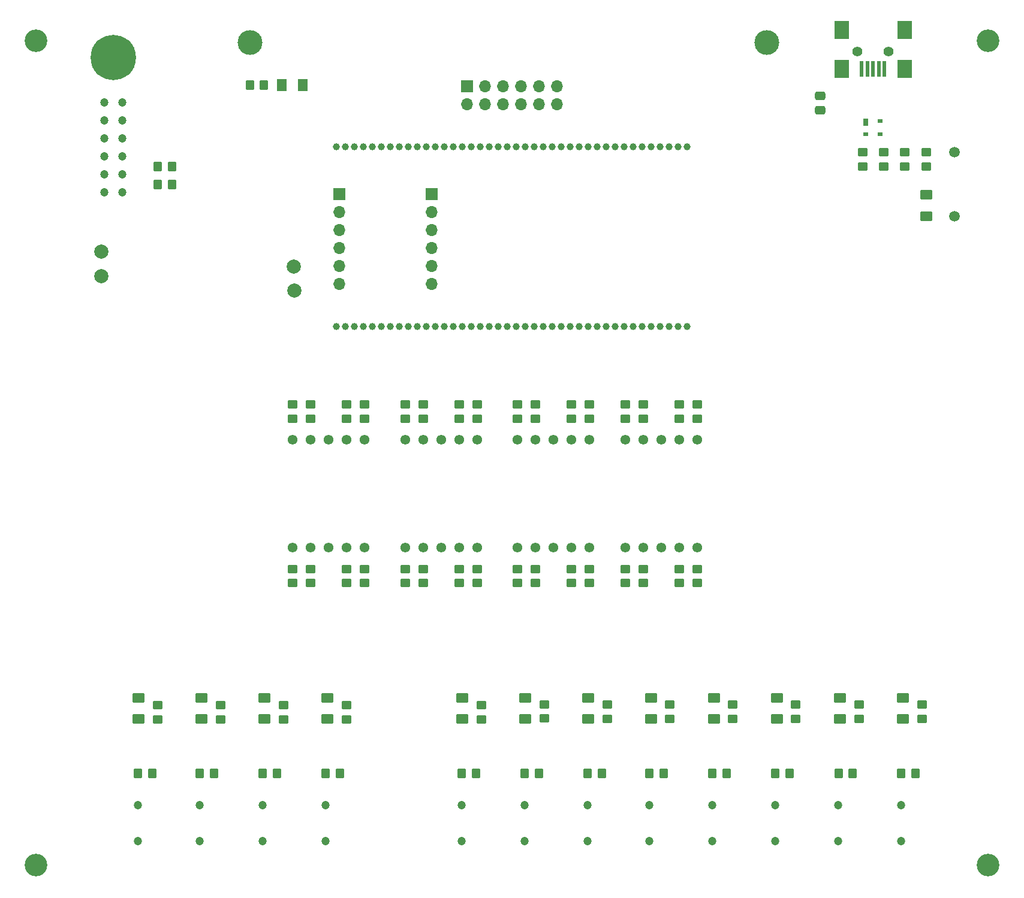
<source format=gts>
G04 #@! TF.GenerationSoftware,KiCad,Pcbnew,(6.0.6)*
G04 #@! TF.CreationDate,2022-07-18T22:41:36+09:00*
G04 #@! TF.ProjectId,mifune_TE0890_local_board,6d696675-6e65-45f5-9445-303839305f6c,0.1*
G04 #@! TF.SameCoordinates,Original*
G04 #@! TF.FileFunction,Soldermask,Top*
G04 #@! TF.FilePolarity,Negative*
%FSLAX46Y46*%
G04 Gerber Fmt 4.6, Leading zero omitted, Abs format (unit mm)*
G04 Created by KiCad (PCBNEW (6.0.6)) date 2022-07-18 22:41:36*
%MOMM*%
%LPD*%
G01*
G04 APERTURE LIST*
G04 Aperture macros list*
%AMRoundRect*
0 Rectangle with rounded corners*
0 $1 Rounding radius*
0 $2 $3 $4 $5 $6 $7 $8 $9 X,Y pos of 4 corners*
0 Add a 4 corners polygon primitive as box body*
4,1,4,$2,$3,$4,$5,$6,$7,$8,$9,$2,$3,0*
0 Add four circle primitives for the rounded corners*
1,1,$1+$1,$2,$3*
1,1,$1+$1,$4,$5*
1,1,$1+$1,$6,$7*
1,1,$1+$1,$8,$9*
0 Add four rect primitives between the rounded corners*
20,1,$1+$1,$2,$3,$4,$5,0*
20,1,$1+$1,$4,$5,$6,$7,0*
20,1,$1+$1,$6,$7,$8,$9,0*
20,1,$1+$1,$8,$9,$2,$3,0*%
G04 Aperture macros list end*
%ADD10C,1.200000*%
%ADD11R,0.700000X1.000000*%
%ADD12R,0.700000X0.600000*%
%ADD13RoundRect,0.250001X-0.624999X0.462499X-0.624999X-0.462499X0.624999X-0.462499X0.624999X0.462499X0*%
%ADD14RoundRect,0.250000X0.350000X0.450000X-0.350000X0.450000X-0.350000X-0.450000X0.350000X-0.450000X0*%
%ADD15RoundRect,0.250000X0.450000X-0.350000X0.450000X0.350000X-0.450000X0.350000X-0.450000X-0.350000X0*%
%ADD16C,2.000000*%
%ADD17C,1.000000*%
%ADD18C,3.500000*%
%ADD19RoundRect,0.250001X0.462499X0.624999X-0.462499X0.624999X-0.462499X-0.624999X0.462499X-0.624999X0*%
%ADD20RoundRect,0.250000X-0.450000X0.350000X-0.450000X-0.350000X0.450000X-0.350000X0.450000X0.350000X0*%
%ADD21C,1.500000*%
%ADD22R,0.500000X2.300000*%
%ADD23R,2.000000X2.500000*%
%ADD24C,1.400000*%
%ADD25C,6.400000*%
%ADD26R,1.700000X1.700000*%
%ADD27O,1.700000X1.700000*%
%ADD28C,1.381000*%
%ADD29C,3.200000*%
%ADD30RoundRect,0.250000X-0.475000X0.337500X-0.475000X-0.337500X0.475000X-0.337500X0.475000X0.337500X0*%
%ADD31RoundRect,0.250000X-0.350000X-0.450000X0.350000X-0.450000X0.350000X0.450000X-0.350000X0.450000X0*%
%ADD32RoundRect,0.250001X0.624999X-0.462499X0.624999X0.462499X-0.624999X0.462499X-0.624999X-0.462499X0*%
G04 APERTURE END LIST*
D10*
X120419200Y-141732000D03*
X120419200Y-146812000D03*
D11*
X151000000Y-45250000D03*
D12*
X151000000Y-46950000D03*
X153000000Y-46950000D03*
X153000000Y-45050000D03*
D13*
X111760000Y-126604700D03*
X111760000Y-129579700D03*
D14*
X113709200Y-137287000D03*
X111709200Y-137287000D03*
X95929200Y-137287000D03*
X93929200Y-137287000D03*
D15*
X93522800Y-87106000D03*
X93522800Y-85106000D03*
X109423200Y-110362400D03*
X109423200Y-108362400D03*
X88442800Y-87106000D03*
X88442800Y-85106000D03*
D14*
X157981400Y-137287000D03*
X155981400Y-137287000D03*
D15*
X96062800Y-110372400D03*
X96062800Y-108372400D03*
X104343200Y-110362400D03*
X104343200Y-108362400D03*
D13*
X74930000Y-126615800D03*
X74930000Y-129590800D03*
D15*
X96697800Y-129600200D03*
X96697800Y-127600200D03*
D13*
X48260000Y-126619000D03*
X48260000Y-129594000D03*
D15*
X77622400Y-87115400D03*
X77622400Y-85115400D03*
X132207000Y-129565400D03*
X132207000Y-127565400D03*
D16*
X43000000Y-63500000D03*
D17*
X76235000Y-74100000D03*
X77505000Y-74100000D03*
X78775000Y-74100000D03*
X80045000Y-74100000D03*
X81315000Y-74100000D03*
X82585000Y-74100000D03*
X83855000Y-74100000D03*
X85125000Y-74100000D03*
X86395000Y-74100000D03*
X87665000Y-74100000D03*
X88935000Y-74100000D03*
X90205000Y-74100000D03*
X91475000Y-74100000D03*
X92745000Y-74100000D03*
X94015000Y-74100000D03*
X95285000Y-74100000D03*
X96555000Y-74100000D03*
X97825000Y-74100000D03*
X99095000Y-74100000D03*
X100365000Y-74100000D03*
X101635000Y-74100000D03*
X102905000Y-74100000D03*
X104175000Y-74100000D03*
X105445000Y-74100000D03*
X106715000Y-74100000D03*
X107985000Y-74100000D03*
X109255000Y-74100000D03*
X110525000Y-74100000D03*
X111795000Y-74100000D03*
X113065000Y-74100000D03*
X114335000Y-74100000D03*
X115605000Y-74100000D03*
X116875000Y-74100000D03*
X118145000Y-74100000D03*
X119415000Y-74100000D03*
X120685000Y-74100000D03*
X121955000Y-74100000D03*
X123225000Y-74100000D03*
X124495000Y-74100000D03*
X125765000Y-74100000D03*
X125765000Y-48700000D03*
X124495000Y-48700000D03*
X123225000Y-48700000D03*
X121955000Y-48700000D03*
X120685000Y-48700000D03*
X119415000Y-48700000D03*
X118145000Y-48700000D03*
X116875000Y-48700000D03*
X115605000Y-48700000D03*
X114335000Y-48700000D03*
X113065000Y-48700000D03*
X111795000Y-48700000D03*
X110525000Y-48700000D03*
X109255000Y-48700000D03*
X107985000Y-48700000D03*
X106715000Y-48700000D03*
X105445000Y-48700000D03*
X104175000Y-48700000D03*
X102905000Y-48700000D03*
X101635000Y-48700000D03*
X100365000Y-48700000D03*
X99095000Y-48700000D03*
X97825000Y-48700000D03*
X96555000Y-48700000D03*
X95285000Y-48700000D03*
X94015000Y-48700000D03*
X92745000Y-48700000D03*
X91475000Y-48700000D03*
X90205000Y-48700000D03*
X88935000Y-48700000D03*
X87665000Y-48700000D03*
X86395000Y-48700000D03*
X85125000Y-48700000D03*
X83855000Y-48700000D03*
X82585000Y-48700000D03*
X81315000Y-48700000D03*
X80045000Y-48700000D03*
X78775000Y-48700000D03*
X77505000Y-48700000D03*
X76235000Y-48700000D03*
D15*
X127177800Y-87106000D03*
X127177800Y-85106000D03*
X68732400Y-129600200D03*
X68732400Y-127600200D03*
D10*
X129309200Y-141732000D03*
X129309200Y-146812000D03*
D18*
X64000000Y-34000000D03*
D10*
X56919200Y-141732000D03*
X56919200Y-146812000D03*
D15*
X124663200Y-110372400D03*
X124663200Y-108372400D03*
D19*
X71487500Y-40000000D03*
X68512500Y-40000000D03*
D15*
X111937800Y-87106000D03*
X111937800Y-85106000D03*
D13*
X129540000Y-126604700D03*
X129540000Y-129579700D03*
D15*
X72567800Y-110350400D03*
X72567800Y-108350400D03*
X96062800Y-87106000D03*
X96062800Y-85106000D03*
X70027800Y-110372400D03*
X70027800Y-108372400D03*
D20*
X150499999Y-49499987D03*
X150499999Y-51499987D03*
D15*
X101777800Y-87106000D03*
X101777800Y-85106000D03*
D20*
X153499999Y-49499987D03*
X153499999Y-51499987D03*
D10*
X93929200Y-141732000D03*
X93929200Y-146812000D03*
D21*
X163499999Y-49499987D03*
D22*
X153593600Y-37700000D03*
X152793600Y-37700000D03*
X151993600Y-37700000D03*
X151193600Y-37700000D03*
X150393600Y-37700000D03*
D23*
X156443600Y-37700000D03*
X147543600Y-37700000D03*
X156443600Y-32200000D03*
X147543600Y-32200000D03*
D24*
X154193600Y-35200000D03*
X149793600Y-35200000D03*
D14*
X76701400Y-137287000D03*
X74701400Y-137287000D03*
D10*
X46020000Y-42400000D03*
X43480000Y-42400000D03*
X46020000Y-44940000D03*
X43480000Y-44940000D03*
X46020000Y-47480000D03*
X43480000Y-47480000D03*
X46020000Y-50020000D03*
X43480000Y-50020000D03*
X46020000Y-52560000D03*
X43480000Y-52560000D03*
X46020000Y-55100000D03*
X43480000Y-55100000D03*
D25*
X44750000Y-36050000D03*
D15*
X150012400Y-129565400D03*
X150012400Y-127565400D03*
D26*
X89670000Y-55420000D03*
D27*
X89670000Y-57960000D03*
X89670000Y-60500000D03*
X89670000Y-63040000D03*
X89670000Y-65580000D03*
X89670000Y-68120000D03*
D28*
X70027800Y-105368600D03*
X72567800Y-105368600D03*
X75107800Y-105368600D03*
X77647800Y-105368600D03*
X80187800Y-105368600D03*
X80187800Y-90128600D03*
X77647800Y-90128600D03*
X75107800Y-90128600D03*
X72567800Y-90128600D03*
X70027800Y-90128600D03*
D14*
X149116800Y-137287000D03*
X147116800Y-137287000D03*
D10*
X102819200Y-141732000D03*
X102819200Y-146812000D03*
D20*
X159499999Y-49499987D03*
X159499999Y-51499987D03*
D15*
X156499999Y-51499987D03*
X156499999Y-49499987D03*
X123317000Y-129565400D03*
X123317000Y-127565400D03*
D10*
X111709200Y-141732000D03*
X111709200Y-146812000D03*
D15*
X101803200Y-110372400D03*
X101803200Y-108372400D03*
X111963200Y-110372400D03*
X111963200Y-108372400D03*
D29*
X33750000Y-33750000D03*
D13*
X102870000Y-126604700D03*
X102870000Y-129579700D03*
D15*
X80187800Y-110372400D03*
X80187800Y-108372400D03*
X117043200Y-110372400D03*
X117043200Y-108372400D03*
D10*
X65809200Y-141732000D03*
X65809200Y-146812000D03*
D13*
X66040000Y-126604700D03*
X66040000Y-129579700D03*
D26*
X76590000Y-55420000D03*
D27*
X76590000Y-57960000D03*
X76590000Y-60500000D03*
X76590000Y-63040000D03*
X76590000Y-65580000D03*
X76590000Y-68120000D03*
D13*
X93980000Y-126604700D03*
X93980000Y-129579700D03*
D14*
X104819200Y-137287000D03*
X102819200Y-137287000D03*
D30*
X144500000Y-41462500D03*
X144500000Y-43537500D03*
D14*
X140201400Y-137287000D03*
X138201400Y-137287000D03*
D29*
X33750000Y-150250000D03*
D28*
X85902800Y-105368600D03*
X88442800Y-105368600D03*
X90982800Y-105368600D03*
X93522800Y-105368600D03*
X96062800Y-105368600D03*
X96062800Y-90128600D03*
X93522800Y-90128600D03*
X90982800Y-90128600D03*
X88442800Y-90128600D03*
X85902800Y-90128600D03*
D13*
X120624600Y-126604700D03*
X120624600Y-129579700D03*
D15*
X80162400Y-87115400D03*
X80162400Y-85115400D03*
X85902800Y-110372400D03*
X85902800Y-108372400D03*
X85902800Y-87106000D03*
X85902800Y-85106000D03*
D14*
X122421400Y-137287000D03*
X120421400Y-137287000D03*
D15*
X119557800Y-87106000D03*
X119557800Y-85106000D03*
X114477800Y-129549400D03*
X114477800Y-127549400D03*
X105562400Y-129514600D03*
X105562400Y-127514600D03*
X109397800Y-87106000D03*
X109397800Y-85106000D03*
D16*
X43000000Y-67000000D03*
D18*
X137000000Y-34000000D03*
D28*
X101777800Y-105368600D03*
X104317800Y-105368600D03*
X106857800Y-105368600D03*
X109397800Y-105368600D03*
X111937800Y-105368600D03*
X111937800Y-90128600D03*
X109397800Y-90128600D03*
X106857800Y-90128600D03*
X104317800Y-90128600D03*
X101777800Y-90128600D03*
D31*
X64000000Y-40000000D03*
X66000000Y-40000000D03*
X51000000Y-51500000D03*
X53000000Y-51500000D03*
D10*
X138199200Y-141732000D03*
X138199200Y-146812000D03*
X155979200Y-141732000D03*
X155979200Y-146812000D03*
D15*
X127203200Y-110372400D03*
X127203200Y-108372400D03*
D29*
X168250000Y-150250000D03*
D15*
X119583200Y-110372400D03*
X119583200Y-108372400D03*
X72542400Y-87115400D03*
X72542400Y-85115400D03*
D31*
X51000000Y-54000000D03*
X53000000Y-54000000D03*
D10*
X74699200Y-141732000D03*
X74699200Y-146812000D03*
D14*
X67811400Y-137287000D03*
X65811400Y-137287000D03*
X131311400Y-137287000D03*
X129311400Y-137287000D03*
D15*
X50952400Y-129600200D03*
X50952400Y-127600200D03*
X77647800Y-110372400D03*
X77647800Y-108372400D03*
X59842400Y-129616200D03*
X59842400Y-127616200D03*
X70002400Y-87115400D03*
X70002400Y-85115400D03*
D13*
X147294600Y-126604700D03*
X147294600Y-129579700D03*
D14*
X50199800Y-137261600D03*
X48199800Y-137261600D03*
D15*
X77647800Y-129600200D03*
X77647800Y-127600200D03*
D26*
X94675000Y-40110000D03*
D27*
X94675000Y-42650000D03*
X97215000Y-40110000D03*
X97215000Y-42650000D03*
X99755000Y-40110000D03*
X99755000Y-42650000D03*
X102295000Y-40110000D03*
X102295000Y-42650000D03*
X104835000Y-40110000D03*
X104835000Y-42650000D03*
X107375000Y-40110000D03*
X107375000Y-42650000D03*
D13*
X156184600Y-126604700D03*
X156184600Y-129579700D03*
D15*
X117017800Y-87106000D03*
X117017800Y-85106000D03*
X158902400Y-129565400D03*
X158902400Y-127565400D03*
D10*
X147089200Y-141732000D03*
X147089200Y-146812000D03*
D15*
X124637800Y-87106000D03*
X124637800Y-85106000D03*
D16*
X70220000Y-65670000D03*
D29*
X168250000Y-33750000D03*
D15*
X104317800Y-87106000D03*
X104317800Y-85106000D03*
D14*
X58921400Y-137282000D03*
X56921400Y-137282000D03*
D13*
X57150000Y-126619000D03*
X57150000Y-129594000D03*
D15*
X141020800Y-129565400D03*
X141020800Y-127565400D03*
X88442800Y-110372400D03*
X88442800Y-108372400D03*
D28*
X117017800Y-105368600D03*
X119557800Y-105368600D03*
X122097800Y-105368600D03*
X124637800Y-105368600D03*
X127177800Y-105368600D03*
X127177800Y-90128600D03*
X124637800Y-90128600D03*
X122097800Y-90128600D03*
X119557800Y-90128600D03*
X117017800Y-90128600D03*
D16*
X70270000Y-69020000D03*
D32*
X159499999Y-58487487D03*
X159499999Y-55512487D03*
D21*
X163499999Y-58499987D03*
D15*
X93522800Y-110372400D03*
X93522800Y-108372400D03*
D13*
X138430000Y-126604700D03*
X138430000Y-129579700D03*
D10*
X48209200Y-141732000D03*
X48209200Y-146812000D03*
M02*

</source>
